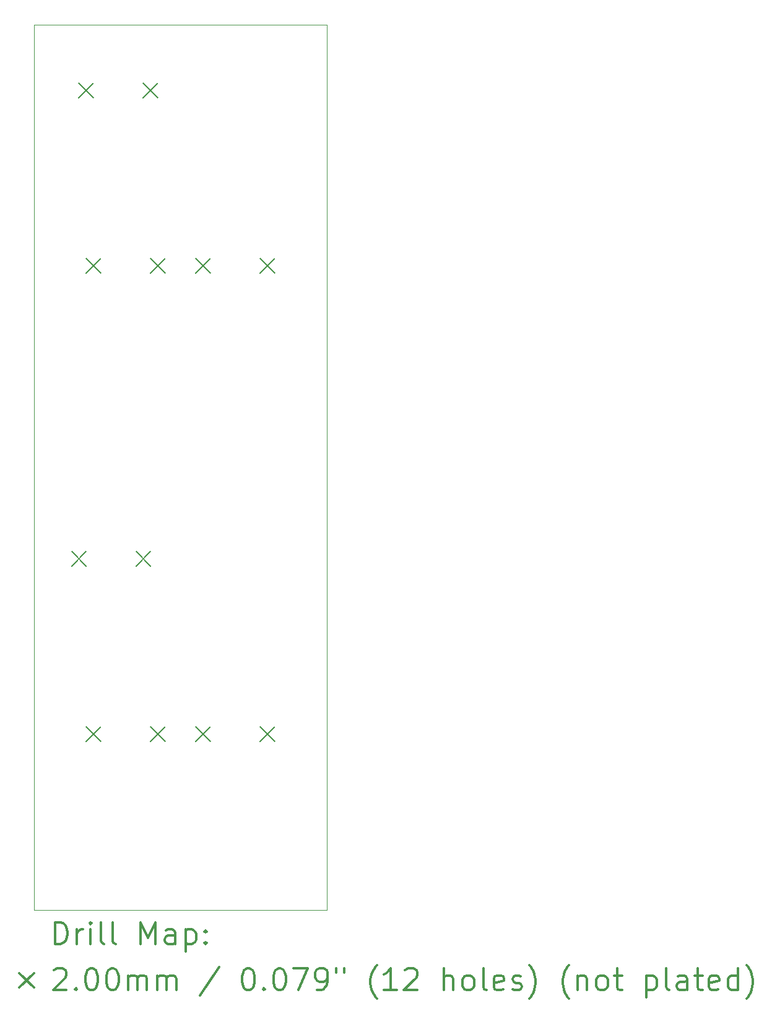
<source format=gbr>
%FSLAX45Y45*%
G04 Gerber Fmt 4.5, Leading zero omitted, Abs format (unit mm)*
G04 Created by KiCad (PCBNEW (5.1.9)-1) date 2021-10-01 13:56:49*
%MOMM*%
%LPD*%
G01*
G04 APERTURE LIST*
%TA.AperFunction,Profile*%
%ADD10C,0.050000*%
%TD*%
%ADD11C,0.200000*%
%ADD12C,0.300000*%
G04 APERTURE END LIST*
D10*
X7300000Y-15200000D02*
X11300000Y-15200000D01*
X7300000Y-3100000D02*
X7300000Y-15200000D01*
X11300000Y-3100000D02*
X11300000Y-15200000D01*
X7300000Y-3100000D02*
X11300000Y-3100000D01*
D11*
X7810000Y-10300000D02*
X8010000Y-10500000D01*
X8010000Y-10300000D02*
X7810000Y-10500000D01*
X7910000Y-3900000D02*
X8110000Y-4100000D01*
X8110000Y-3900000D02*
X7910000Y-4100000D01*
X8010000Y-6300000D02*
X8210000Y-6500000D01*
X8210000Y-6300000D02*
X8010000Y-6500000D01*
X8010000Y-12700000D02*
X8210000Y-12900000D01*
X8210000Y-12700000D02*
X8010000Y-12900000D01*
X8690000Y-10300000D02*
X8890000Y-10500000D01*
X8890000Y-10300000D02*
X8690000Y-10500000D01*
X8790000Y-3900000D02*
X8990000Y-4100000D01*
X8990000Y-3900000D02*
X8790000Y-4100000D01*
X8890000Y-6300000D02*
X9090000Y-6500000D01*
X9090000Y-6300000D02*
X8890000Y-6500000D01*
X8890000Y-12700000D02*
X9090000Y-12900000D01*
X9090000Y-12700000D02*
X8890000Y-12900000D01*
X9510000Y-6300000D02*
X9710000Y-6500000D01*
X9710000Y-6300000D02*
X9510000Y-6500000D01*
X9510000Y-12700000D02*
X9710000Y-12900000D01*
X9710000Y-12700000D02*
X9510000Y-12900000D01*
X10390000Y-6300000D02*
X10590000Y-6500000D01*
X10590000Y-6300000D02*
X10390000Y-6500000D01*
X10390000Y-12700000D02*
X10590000Y-12900000D01*
X10590000Y-12700000D02*
X10390000Y-12900000D01*
D12*
X7583928Y-15668214D02*
X7583928Y-15368214D01*
X7655357Y-15368214D01*
X7698214Y-15382500D01*
X7726786Y-15411071D01*
X7741071Y-15439643D01*
X7755357Y-15496786D01*
X7755357Y-15539643D01*
X7741071Y-15596786D01*
X7726786Y-15625357D01*
X7698214Y-15653929D01*
X7655357Y-15668214D01*
X7583928Y-15668214D01*
X7883928Y-15668214D02*
X7883928Y-15468214D01*
X7883928Y-15525357D02*
X7898214Y-15496786D01*
X7912500Y-15482500D01*
X7941071Y-15468214D01*
X7969643Y-15468214D01*
X8069643Y-15668214D02*
X8069643Y-15468214D01*
X8069643Y-15368214D02*
X8055357Y-15382500D01*
X8069643Y-15396786D01*
X8083928Y-15382500D01*
X8069643Y-15368214D01*
X8069643Y-15396786D01*
X8255357Y-15668214D02*
X8226786Y-15653929D01*
X8212500Y-15625357D01*
X8212500Y-15368214D01*
X8412500Y-15668214D02*
X8383928Y-15653929D01*
X8369643Y-15625357D01*
X8369643Y-15368214D01*
X8755357Y-15668214D02*
X8755357Y-15368214D01*
X8855357Y-15582500D01*
X8955357Y-15368214D01*
X8955357Y-15668214D01*
X9226786Y-15668214D02*
X9226786Y-15511071D01*
X9212500Y-15482500D01*
X9183928Y-15468214D01*
X9126786Y-15468214D01*
X9098214Y-15482500D01*
X9226786Y-15653929D02*
X9198214Y-15668214D01*
X9126786Y-15668214D01*
X9098214Y-15653929D01*
X9083928Y-15625357D01*
X9083928Y-15596786D01*
X9098214Y-15568214D01*
X9126786Y-15553929D01*
X9198214Y-15553929D01*
X9226786Y-15539643D01*
X9369643Y-15468214D02*
X9369643Y-15768214D01*
X9369643Y-15482500D02*
X9398214Y-15468214D01*
X9455357Y-15468214D01*
X9483928Y-15482500D01*
X9498214Y-15496786D01*
X9512500Y-15525357D01*
X9512500Y-15611071D01*
X9498214Y-15639643D01*
X9483928Y-15653929D01*
X9455357Y-15668214D01*
X9398214Y-15668214D01*
X9369643Y-15653929D01*
X9641071Y-15639643D02*
X9655357Y-15653929D01*
X9641071Y-15668214D01*
X9626786Y-15653929D01*
X9641071Y-15639643D01*
X9641071Y-15668214D01*
X9641071Y-15482500D02*
X9655357Y-15496786D01*
X9641071Y-15511071D01*
X9626786Y-15496786D01*
X9641071Y-15482500D01*
X9641071Y-15511071D01*
X7097500Y-16062500D02*
X7297500Y-16262500D01*
X7297500Y-16062500D02*
X7097500Y-16262500D01*
X7569643Y-16026786D02*
X7583928Y-16012500D01*
X7612500Y-15998214D01*
X7683928Y-15998214D01*
X7712500Y-16012500D01*
X7726786Y-16026786D01*
X7741071Y-16055357D01*
X7741071Y-16083929D01*
X7726786Y-16126786D01*
X7555357Y-16298214D01*
X7741071Y-16298214D01*
X7869643Y-16269643D02*
X7883928Y-16283929D01*
X7869643Y-16298214D01*
X7855357Y-16283929D01*
X7869643Y-16269643D01*
X7869643Y-16298214D01*
X8069643Y-15998214D02*
X8098214Y-15998214D01*
X8126786Y-16012500D01*
X8141071Y-16026786D01*
X8155357Y-16055357D01*
X8169643Y-16112500D01*
X8169643Y-16183929D01*
X8155357Y-16241071D01*
X8141071Y-16269643D01*
X8126786Y-16283929D01*
X8098214Y-16298214D01*
X8069643Y-16298214D01*
X8041071Y-16283929D01*
X8026786Y-16269643D01*
X8012500Y-16241071D01*
X7998214Y-16183929D01*
X7998214Y-16112500D01*
X8012500Y-16055357D01*
X8026786Y-16026786D01*
X8041071Y-16012500D01*
X8069643Y-15998214D01*
X8355357Y-15998214D02*
X8383928Y-15998214D01*
X8412500Y-16012500D01*
X8426786Y-16026786D01*
X8441071Y-16055357D01*
X8455357Y-16112500D01*
X8455357Y-16183929D01*
X8441071Y-16241071D01*
X8426786Y-16269643D01*
X8412500Y-16283929D01*
X8383928Y-16298214D01*
X8355357Y-16298214D01*
X8326786Y-16283929D01*
X8312500Y-16269643D01*
X8298214Y-16241071D01*
X8283928Y-16183929D01*
X8283928Y-16112500D01*
X8298214Y-16055357D01*
X8312500Y-16026786D01*
X8326786Y-16012500D01*
X8355357Y-15998214D01*
X8583928Y-16298214D02*
X8583928Y-16098214D01*
X8583928Y-16126786D02*
X8598214Y-16112500D01*
X8626786Y-16098214D01*
X8669643Y-16098214D01*
X8698214Y-16112500D01*
X8712500Y-16141071D01*
X8712500Y-16298214D01*
X8712500Y-16141071D02*
X8726786Y-16112500D01*
X8755357Y-16098214D01*
X8798214Y-16098214D01*
X8826786Y-16112500D01*
X8841071Y-16141071D01*
X8841071Y-16298214D01*
X8983928Y-16298214D02*
X8983928Y-16098214D01*
X8983928Y-16126786D02*
X8998214Y-16112500D01*
X9026786Y-16098214D01*
X9069643Y-16098214D01*
X9098214Y-16112500D01*
X9112500Y-16141071D01*
X9112500Y-16298214D01*
X9112500Y-16141071D02*
X9126786Y-16112500D01*
X9155357Y-16098214D01*
X9198214Y-16098214D01*
X9226786Y-16112500D01*
X9241071Y-16141071D01*
X9241071Y-16298214D01*
X9826786Y-15983929D02*
X9569643Y-16369643D01*
X10212500Y-15998214D02*
X10241071Y-15998214D01*
X10269643Y-16012500D01*
X10283928Y-16026786D01*
X10298214Y-16055357D01*
X10312500Y-16112500D01*
X10312500Y-16183929D01*
X10298214Y-16241071D01*
X10283928Y-16269643D01*
X10269643Y-16283929D01*
X10241071Y-16298214D01*
X10212500Y-16298214D01*
X10183928Y-16283929D01*
X10169643Y-16269643D01*
X10155357Y-16241071D01*
X10141071Y-16183929D01*
X10141071Y-16112500D01*
X10155357Y-16055357D01*
X10169643Y-16026786D01*
X10183928Y-16012500D01*
X10212500Y-15998214D01*
X10441071Y-16269643D02*
X10455357Y-16283929D01*
X10441071Y-16298214D01*
X10426786Y-16283929D01*
X10441071Y-16269643D01*
X10441071Y-16298214D01*
X10641071Y-15998214D02*
X10669643Y-15998214D01*
X10698214Y-16012500D01*
X10712500Y-16026786D01*
X10726786Y-16055357D01*
X10741071Y-16112500D01*
X10741071Y-16183929D01*
X10726786Y-16241071D01*
X10712500Y-16269643D01*
X10698214Y-16283929D01*
X10669643Y-16298214D01*
X10641071Y-16298214D01*
X10612500Y-16283929D01*
X10598214Y-16269643D01*
X10583928Y-16241071D01*
X10569643Y-16183929D01*
X10569643Y-16112500D01*
X10583928Y-16055357D01*
X10598214Y-16026786D01*
X10612500Y-16012500D01*
X10641071Y-15998214D01*
X10841071Y-15998214D02*
X11041071Y-15998214D01*
X10912500Y-16298214D01*
X11169643Y-16298214D02*
X11226786Y-16298214D01*
X11255357Y-16283929D01*
X11269643Y-16269643D01*
X11298214Y-16226786D01*
X11312500Y-16169643D01*
X11312500Y-16055357D01*
X11298214Y-16026786D01*
X11283928Y-16012500D01*
X11255357Y-15998214D01*
X11198214Y-15998214D01*
X11169643Y-16012500D01*
X11155357Y-16026786D01*
X11141071Y-16055357D01*
X11141071Y-16126786D01*
X11155357Y-16155357D01*
X11169643Y-16169643D01*
X11198214Y-16183929D01*
X11255357Y-16183929D01*
X11283928Y-16169643D01*
X11298214Y-16155357D01*
X11312500Y-16126786D01*
X11426786Y-15998214D02*
X11426786Y-16055357D01*
X11541071Y-15998214D02*
X11541071Y-16055357D01*
X11983928Y-16412500D02*
X11969643Y-16398214D01*
X11941071Y-16355357D01*
X11926786Y-16326786D01*
X11912500Y-16283929D01*
X11898214Y-16212500D01*
X11898214Y-16155357D01*
X11912500Y-16083929D01*
X11926786Y-16041071D01*
X11941071Y-16012500D01*
X11969643Y-15969643D01*
X11983928Y-15955357D01*
X12255357Y-16298214D02*
X12083928Y-16298214D01*
X12169643Y-16298214D02*
X12169643Y-15998214D01*
X12141071Y-16041071D01*
X12112500Y-16069643D01*
X12083928Y-16083929D01*
X12369643Y-16026786D02*
X12383928Y-16012500D01*
X12412500Y-15998214D01*
X12483928Y-15998214D01*
X12512500Y-16012500D01*
X12526786Y-16026786D01*
X12541071Y-16055357D01*
X12541071Y-16083929D01*
X12526786Y-16126786D01*
X12355357Y-16298214D01*
X12541071Y-16298214D01*
X12898214Y-16298214D02*
X12898214Y-15998214D01*
X13026786Y-16298214D02*
X13026786Y-16141071D01*
X13012500Y-16112500D01*
X12983928Y-16098214D01*
X12941071Y-16098214D01*
X12912500Y-16112500D01*
X12898214Y-16126786D01*
X13212500Y-16298214D02*
X13183928Y-16283929D01*
X13169643Y-16269643D01*
X13155357Y-16241071D01*
X13155357Y-16155357D01*
X13169643Y-16126786D01*
X13183928Y-16112500D01*
X13212500Y-16098214D01*
X13255357Y-16098214D01*
X13283928Y-16112500D01*
X13298214Y-16126786D01*
X13312500Y-16155357D01*
X13312500Y-16241071D01*
X13298214Y-16269643D01*
X13283928Y-16283929D01*
X13255357Y-16298214D01*
X13212500Y-16298214D01*
X13483928Y-16298214D02*
X13455357Y-16283929D01*
X13441071Y-16255357D01*
X13441071Y-15998214D01*
X13712500Y-16283929D02*
X13683928Y-16298214D01*
X13626786Y-16298214D01*
X13598214Y-16283929D01*
X13583928Y-16255357D01*
X13583928Y-16141071D01*
X13598214Y-16112500D01*
X13626786Y-16098214D01*
X13683928Y-16098214D01*
X13712500Y-16112500D01*
X13726786Y-16141071D01*
X13726786Y-16169643D01*
X13583928Y-16198214D01*
X13841071Y-16283929D02*
X13869643Y-16298214D01*
X13926786Y-16298214D01*
X13955357Y-16283929D01*
X13969643Y-16255357D01*
X13969643Y-16241071D01*
X13955357Y-16212500D01*
X13926786Y-16198214D01*
X13883928Y-16198214D01*
X13855357Y-16183929D01*
X13841071Y-16155357D01*
X13841071Y-16141071D01*
X13855357Y-16112500D01*
X13883928Y-16098214D01*
X13926786Y-16098214D01*
X13955357Y-16112500D01*
X14069643Y-16412500D02*
X14083928Y-16398214D01*
X14112500Y-16355357D01*
X14126786Y-16326786D01*
X14141071Y-16283929D01*
X14155357Y-16212500D01*
X14155357Y-16155357D01*
X14141071Y-16083929D01*
X14126786Y-16041071D01*
X14112500Y-16012500D01*
X14083928Y-15969643D01*
X14069643Y-15955357D01*
X14612500Y-16412500D02*
X14598214Y-16398214D01*
X14569643Y-16355357D01*
X14555357Y-16326786D01*
X14541071Y-16283929D01*
X14526786Y-16212500D01*
X14526786Y-16155357D01*
X14541071Y-16083929D01*
X14555357Y-16041071D01*
X14569643Y-16012500D01*
X14598214Y-15969643D01*
X14612500Y-15955357D01*
X14726786Y-16098214D02*
X14726786Y-16298214D01*
X14726786Y-16126786D02*
X14741071Y-16112500D01*
X14769643Y-16098214D01*
X14812500Y-16098214D01*
X14841071Y-16112500D01*
X14855357Y-16141071D01*
X14855357Y-16298214D01*
X15041071Y-16298214D02*
X15012500Y-16283929D01*
X14998214Y-16269643D01*
X14983928Y-16241071D01*
X14983928Y-16155357D01*
X14998214Y-16126786D01*
X15012500Y-16112500D01*
X15041071Y-16098214D01*
X15083928Y-16098214D01*
X15112500Y-16112500D01*
X15126786Y-16126786D01*
X15141071Y-16155357D01*
X15141071Y-16241071D01*
X15126786Y-16269643D01*
X15112500Y-16283929D01*
X15083928Y-16298214D01*
X15041071Y-16298214D01*
X15226786Y-16098214D02*
X15341071Y-16098214D01*
X15269643Y-15998214D02*
X15269643Y-16255357D01*
X15283928Y-16283929D01*
X15312500Y-16298214D01*
X15341071Y-16298214D01*
X15669643Y-16098214D02*
X15669643Y-16398214D01*
X15669643Y-16112500D02*
X15698214Y-16098214D01*
X15755357Y-16098214D01*
X15783928Y-16112500D01*
X15798214Y-16126786D01*
X15812500Y-16155357D01*
X15812500Y-16241071D01*
X15798214Y-16269643D01*
X15783928Y-16283929D01*
X15755357Y-16298214D01*
X15698214Y-16298214D01*
X15669643Y-16283929D01*
X15983928Y-16298214D02*
X15955357Y-16283929D01*
X15941071Y-16255357D01*
X15941071Y-15998214D01*
X16226786Y-16298214D02*
X16226786Y-16141071D01*
X16212500Y-16112500D01*
X16183928Y-16098214D01*
X16126786Y-16098214D01*
X16098214Y-16112500D01*
X16226786Y-16283929D02*
X16198214Y-16298214D01*
X16126786Y-16298214D01*
X16098214Y-16283929D01*
X16083928Y-16255357D01*
X16083928Y-16226786D01*
X16098214Y-16198214D01*
X16126786Y-16183929D01*
X16198214Y-16183929D01*
X16226786Y-16169643D01*
X16326786Y-16098214D02*
X16441071Y-16098214D01*
X16369643Y-15998214D02*
X16369643Y-16255357D01*
X16383928Y-16283929D01*
X16412500Y-16298214D01*
X16441071Y-16298214D01*
X16655357Y-16283929D02*
X16626786Y-16298214D01*
X16569643Y-16298214D01*
X16541071Y-16283929D01*
X16526786Y-16255357D01*
X16526786Y-16141071D01*
X16541071Y-16112500D01*
X16569643Y-16098214D01*
X16626786Y-16098214D01*
X16655357Y-16112500D01*
X16669643Y-16141071D01*
X16669643Y-16169643D01*
X16526786Y-16198214D01*
X16926786Y-16298214D02*
X16926786Y-15998214D01*
X16926786Y-16283929D02*
X16898214Y-16298214D01*
X16841071Y-16298214D01*
X16812500Y-16283929D01*
X16798214Y-16269643D01*
X16783928Y-16241071D01*
X16783928Y-16155357D01*
X16798214Y-16126786D01*
X16812500Y-16112500D01*
X16841071Y-16098214D01*
X16898214Y-16098214D01*
X16926786Y-16112500D01*
X17041071Y-16412500D02*
X17055357Y-16398214D01*
X17083928Y-16355357D01*
X17098214Y-16326786D01*
X17112500Y-16283929D01*
X17126786Y-16212500D01*
X17126786Y-16155357D01*
X17112500Y-16083929D01*
X17098214Y-16041071D01*
X17083928Y-16012500D01*
X17055357Y-15969643D01*
X17041071Y-15955357D01*
M02*

</source>
